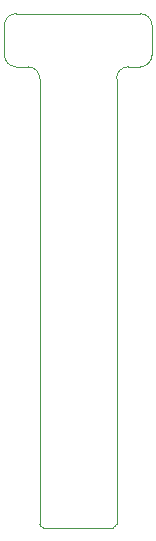
<source format=gbr>
%TF.GenerationSoftware,KiCad,Pcbnew,7.0.4*%
%TF.CreationDate,2023-05-29T14:02:58+02:00*%
%TF.ProjectId,pcb,7063622e-6b69-4636-9164-5f7063625858,rev?*%
%TF.SameCoordinates,Original*%
%TF.FileFunction,Profile,NP*%
%FSLAX46Y46*%
G04 Gerber Fmt 4.6, Leading zero omitted, Abs format (unit mm)*
G04 Created by KiCad (PCBNEW 7.0.4) date 2023-05-29 14:02:58*
%MOMM*%
%LPD*%
G01*
G04 APERTURE LIST*
%TA.AperFunction,Profile*%
%ADD10C,0.100000*%
%TD*%
G04 APERTURE END LIST*
D10*
X132894000Y-93520000D02*
X132894106Y-61505768D01*
X139394000Y-93520000D02*
X139394106Y-61505768D01*
%TO.C,J1*%
X132894000Y-99220000D02*
X132894000Y-93520000D01*
X133194000Y-99520000D02*
X139094000Y-99520000D01*
X139394000Y-99220000D02*
X139394000Y-93520000D01*
X132894000Y-99220000D02*
G75*
G03*
X133194000Y-99520000I300000J0D01*
G01*
X139094000Y-99520000D02*
G75*
G03*
X139394000Y-99220000I0J300000D01*
G01*
%TO.C,J2*%
X142394106Y-57005768D02*
X142394106Y-59505768D01*
X141394106Y-56005768D02*
X130894106Y-56005768D01*
X140394106Y-60505768D02*
X141394106Y-60505768D01*
X131894106Y-60505768D02*
X130894106Y-60505768D01*
X129894106Y-57005768D02*
X129894106Y-59505768D01*
X141394106Y-60505768D02*
G75*
G03*
X142394106Y-59505768I1J999999D01*
G01*
X142394106Y-57005768D02*
G75*
G03*
X141394106Y-56005768I-999999J1D01*
G01*
X140394106Y-60505768D02*
G75*
G03*
X139394106Y-61505768I-1J-999999D01*
G01*
X132894102Y-61505768D02*
G75*
G03*
X131894106Y-60505768I-999972J28D01*
G01*
X129894112Y-59505768D02*
G75*
G03*
X130894106Y-60505768I1000008J8D01*
G01*
X130894106Y-56005766D02*
G75*
G03*
X129894106Y-57005768I64J-1000064D01*
G01*
%TD*%
M02*

</source>
